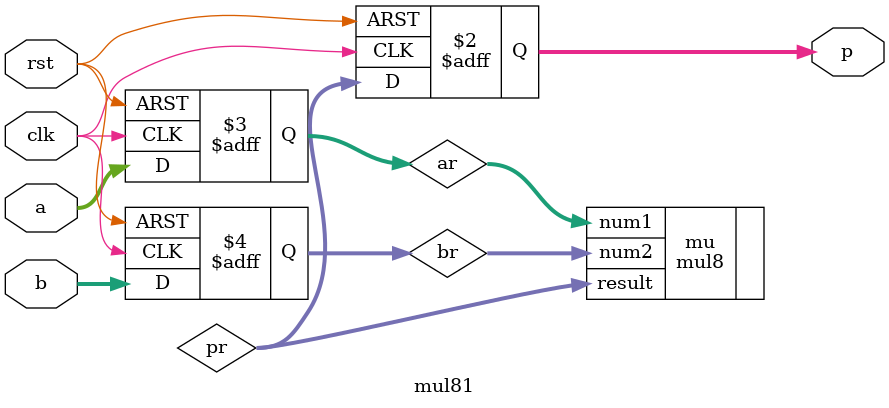
<source format=v>
`timescale 1ns / 1ps

module mul81(
    input [7:0] a,
    input [7:0] b,
    input clk,
    input rst,
    output reg [15:0]p
    );
    reg [7:0]ar, br;
    wire [15:0]pr;
    mul8 mu(.num1(ar), .num2(br), .result(pr));   
    always @ (posedge clk or posedge rst)
    begin
            if(rst)
            begin
            ar <= 8'b00000000;
            br <= 8'b00000000;
            p <= 15'b0;
            end
            
         else
         
            begin
            ar <=a;
            br <=b;
            p <=pr;
            end
     end
endmodule

</source>
